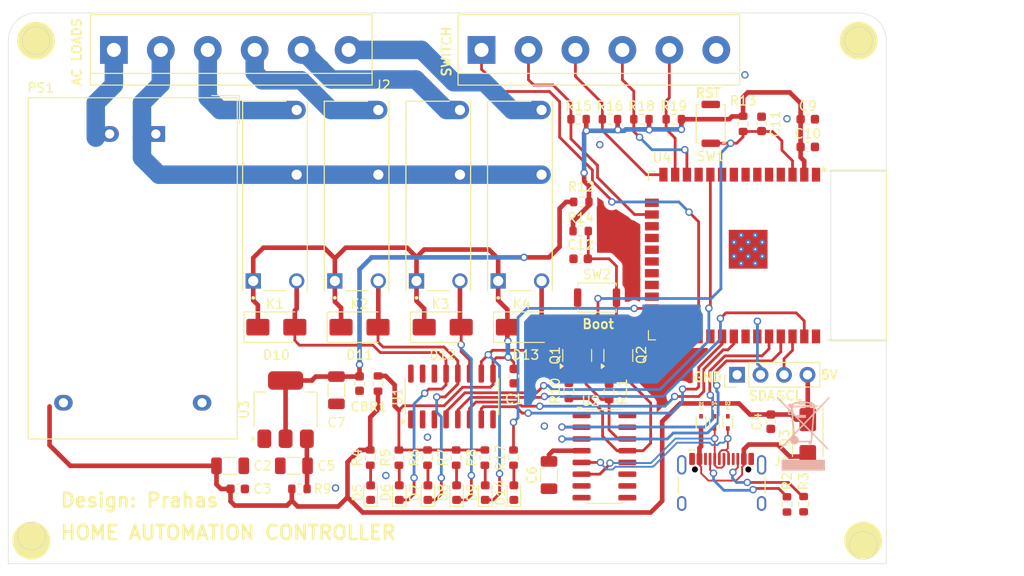
<source format=kicad_pcb>
(kicad_pcb (version 20241229) (generator "pcbnew") (generator_version "9.0")
  (title_block (title "Home Automation Controller") (date "2026-01-31") (company "Prahas"))
  (layers (0 "F.Cu" signal) (2 "B.Cu" signal) (13 "F.Paste" user) (15 "B.Paste" user) (5 "F.SilkS" user "F.Silkscreen") (7 "B.SilkS" user "B.Silkscreen") (1 "F.Mask" user) (3 "B.Mask" user) (25 "Edge.Cuts" user))
  (net 0 "")
  (net 1 "D+")
  (net 2 "D-")
  (net 3 "RELAY_5V")
  (net 4 "GND")
  (net 5 "SDA")
  (net 6 "RTS")
  (net 7 "SWITCH_3{slash}IO27")
  (net 8 "DTR")
  (net 9 "SWITCH_4{slash}IO14")
  (net 10 "SCL")
  (net 11 "Net-(Q1-B)")
  (net 12 "Net-(Q2-B)")
  (net 13 "LED{slash}IO2")
  (net 14 "SIG_2{slash}IO23")
  (net 15 "SIG_3{slash}IO19")
  (net 16 "SIG_4{slash}IO18")
  (net 17 "SIG_1{slash}IO25")
  (net 18 "RXD")
  (net 19 "TXD")
  (net 20 "+3V3")
  (net 21 "EN")
  (net 22 "RELAY_1")
  (net 23 "RELAY_2")
  (net 24 "ESP_3V3")
  (net 25 "RELAY_3")
  (net 26 "RELAY_4")
  (net 27 "Net-(J1-CC1)")
  (net 28 "Net-(J1-CC2)")
  (net 29 "+5V")
  (net 30 "Net-(U3-VI)")
  (net 31 "Net-(U2-V3)")
  (net 32 "VBUS")
  (net 33 "IO0")
  (net 34 "Net-(D6-A)")
  (net 35 "Net-(D5-A)")
  (net 36 "Net-(D7-A)")
  (net 37 "Net-(D8-A)")
  (net 38 "Net-(D9-A)")
  (net 39 "Net-(D14-A)")
  (net 40 "Net-(J2-Pin_3)")
  (net 41 "Net-(J2-Pin_5)")
  (net 42 "N")
  (net 43 "Net-(J2-Pin_6)")
  (net 44 "Net-(J2-Pin_4)")
  (net 45 "P")
  (net 46 "EXTRA{slash}IO17")
  (net 47 "SWITCH_1{slash}IO13")
  (net 48 "SWITCH_2{slash}IO12")
  (net 58 "+3.3V")
  (footprint "Resistor_SMD:R_0603_1608Metric" (layer "F.Cu") (at 104.46 85.5125 90)
    (property "Reference" "R7")
    (property "Value" "2K2")
  )
  (footprint "HF46F_005-HS1:RELAY_HF46F_005-HS1" (layer "F.Cu") (at 102.516667 57.2 90)
    (property "Reference" "K3")
    (property "Value" "HF46F_005-HS1")
  )
  (footprint "Resistor_SMD:R_0603_1608Metric" (layer "F.Cu") (at 95.16 85.5125 90)
    (property "Reference" "R4")
    (property "Value" "2K2")
  )
  (footprint "LED_SMD:LED_0603_1608Metric" (layer "F.Cu") (at 101.4 89.3 90)
    (property "Reference" "D7")
    (property "Value" "LED")
  )
  (footprint "Capacitor_SMD:C_0603_1608Metric" (layer "F.Cu") (at 110.7 76.7 -90)
    (property "Reference" "C1")
    (property "Value" "0.1uF")
  )
  (footprint "Capacitor_SMD:C_0603_1608Metric" (layer "F.Cu") (at 137.5 49.4 90)
    (property "Reference" "C11")
    (property "Value" "0.1uf")
  )
  (footprint "Resistor_SMD:R_0603_1608Metric" (layer "F.Cu") (at 96 77.5 90)
    (property "Reference" "R1")
    (property "Value" "0E")
  )
  (footprint "HF46F_005-HS1:RELAY_HF46F_005-HS1" (layer "F.Cu") (at 111.35 57.2 90)
    (property "Reference" "K4")
    (property "Value" "HF46F_005-HS1")
  )
  (footprint "LESD5D5.0CT1G:TVS_LESD5D5.0CT1G" (layer "F.Cu") (at 130.95 81.7 -90)
    (property "Reference" "D1")
    (property "Value" "LESD5D5.0CT1G")
  )
  (footprint "Resistor_SMD:R_0603_1608Metric" (layer "F.Cu") (at 135.5 49.4 -90)
    (property "Reference" "R13")
    (property "Value" "10K")
  )
  (footprint "Converter_ACDC:Converter_ACDC_Hi-Link_HLK-PMxx" (layer "F.Cu") (at 71.9625 50.4975 -90)
    (property "Reference" "PS1")
    (property "Value" "HLK-PM01")
  )
  (footprint "Button_Switch_SMD:SW_Push_SPST_NO_Alps_SKRK" (layer "F.Cu") (at 119.7 68.2)
    (property "Reference" "SW2")
    (property "Value" "SW_Push")
  )
  (footprint "Resistor_SMD:R_0603_1608Metric" (layer "F.Cu") (at 128 48.9)
    (property "Reference" "R19")
    (property "Value" "10K")
  )
  (footprint "Diode_SMD:D_SMA" (layer "F.Cu") (at 142.5 83.4 -90)
    (property "Reference" "D3")
    (property "Value" "SS34")
  )
  (footprint "Button_Switch_SMD:SW_Push_SPST_NO_Alps_SKRK" (layer "F.Cu") (at 132 49.4 -90)
    (property "Reference" "SW1")
    (property "Value" "SW_Push")
  )
  (footprint "Connector_PinHeader_2.54mm:PinHeader_1x04_P2.54mm_Vertical" (layer "F.Cu") (at 134.85 76.55 90)
    (property "Reference" "J4" (hide yes))
    (property "Value" "Conn_01x04_Pin")
  )
  (footprint "Resistor_SMD:R_0603_1608Metric" (layer "F.Cu") (at 87.5 88.9)
    (property "Reference" "R9")
    (property "Value" "0E")
  )
  (footprint "Resistor_SMD:R_0603_1608Metric" (layer "F.Cu") (at 101.36 85.5125 90)
    (property "Reference" "R6")
    (property "Value" "2K2")
  )
  (footprint "Package_SO:SOIC-16_3.9x9.9mm_P1.27mm" (layer "F.Cu") (at 120.5 85.4)
    (property "Reference" "U2")
    (property "Value" "CH340C")
  )
  (footprint "Resistor_SMD:R_0603_1608Metric" (layer "F.Cu") (at 110.66 85.5125 90)
    (property "Reference" "R17")
    (property "Value" "2K2")
  )
  (footprint "Resistor_SMD:R_0603_1608Metric" (layer "F.Cu") (at 118 57.85)
    (property "Reference" "R12")
    (property "Value" "0E")
  )
  (footprint "TerminalBlock:TerminalBlock_bornier-6_P5.08mm" (layer "F.Cu") (at 107.2 41.4)
    (property "Reference" "J3" (hide yes))
    (property "Value" "Screw_Terminal_01x06")
  )
  (footprint "Capacitor_SMD:C_0603_1608Metric" (layer "F.Cu") (at 142.5 51.9)
    (property "Reference" "C10")
    (property "Value" "0.1uf")
  )
  (footprint "Package_TO_SOT_SMD:SOT-23" (layer "F.Cu") (at 117.55 74.4625 90)
    (property "Reference" "Q1")
    (property "Value" "SS8050")
  )
  (footprint "Resistor_SMD:R_0603_1608Metric" (layer "F.Cu") (at 121.1 48.9)
    (property "Reference" "R16")
    (property "Value" "10K")
  )
  (footprint "TerminalBlock:TerminalBlock_bornier-6_P5.08mm" (layer "F.Cu") (at 67.42 41.4)
    (property "Reference" "J2")
    (property "Value" "Screw_Terminal_01x06")
  )
  (footprint "LED_SMD:LED_0603_1608Metric" (layer "F.Cu") (at 110.7 89.3 90)
    (property "Reference" "D14")
    (property "Value" "LED")
  )
  (footprint "Resistor_SMD:R_0603_1608Metric" (layer "F.Cu") (at 124.5 48.9)
    (property "Reference" "R18")
    (property "Value" "10K")
  )
  (footprint "Diode_SMD:D_SMA" (layer "F.Cu") (at 112 71.4)
    (property "Reference" "D13")
    (property "Value" "SS34")
  )
  (footprint "Resistor_SMD:R_0603_1608Metric" (layer "F.Cu") (at 98.26 85.5125 90)
    (property "Reference" "R5")
    (property "Value" "2K2")
  )
  (footprint "Capacitor_SMD:C_0603_1608Metric" (layer "F.Cu") (at 94 77.5 -90)
    (property "Reference" "C8")
    (property "Value" "0.1uF")
  )
  (footprint "Resistor_SMD:R_0603_1608Metric" (layer "F.Cu") (at 117.925 61)
    (property "Reference" "R14")
    (property "Value" "10k")
  )
  (footprint "LED_SMD:LED_0603_1608Metric" (layer "F.Cu") (at 104.5 89.3 90)
    (property "Reference" "D8")
    (property "Value" "LED")
  )
  (footprint "LESD5D5.0CT1G:TVS_LESD5D5.0CT1G" (layer "F.Cu") (at 133.85 81.7 -90)
    (property "Reference" "D2")
    (property "Value" "LESD5D5.0CT1G")
  )
  (footprint "HF46F_005-HS1:RELAY_HF46F_005-HS1" (layer "F.Cu") (at 84.85 57.2 90)
    (property "Reference" "K1")
    (property "Value" "HF46F_005-HS1")
  )
  (footprint "Capacitor_SMD:C_1206_3216Metric" (layer "F.Cu") (at 91.5 78.22 -90)
    (property "Reference" "C7")
    (property "Value" "10uF")
  )
  (footprint "LED_SMD:LED_0603_1608Metric" (layer "F.Cu") (at 107.6 89.3 90)
    (property "Reference" "D9")
    (property "Value" "LED")
  )
  (footprint "Package_TO_SOT_SMD:SOT-223-3_TabPin2" (layer "F.Cu") (at 86 80.32 90)
    (property "Reference" "U3")
    (property "Value" "AMS1117-3.3")
  )
  (footprint "LED_SMD:LED_0603_1608Metric" (layer "F.Cu") (at 95.2 89.3 90)
    (property "Reference" "D5")
    (property "Value" "LED")
  )
  (footprint "Capacitor_SMD:C_0603_1608Metric" (layer "F.Cu") (at 80.82 88.9)
    (property "Reference" "C3")
    (property "Value" "0.1uF")
  )
  (footprint "Capacitor_SMD:C_0603_1608Metric" (layer "F.Cu") (at 142.5 48.9)
    (property "Reference" "C9")
    (property "Value" "0.1uf")
  )
  (footprint "Package_SO:SOIC-16_3.9x9.9mm_P1.27mm" (layer "F.Cu") (at 104 78.9 90)
    (property "Reference" "U1")
    (property "Value" "ULN2003A")
  )
  (footprint "LED_SMD:LED_0603_1608Metric" (layer "F.Cu") (at 98.3 89.3 90)
    (property "Reference" "D6")
    (property "Value" "LED")
  )
  (footprint "Package_TO_SOT_SMD:SOT-23" (layer "F.Cu") (at 122 74.4625 90)
    (property "Reference" "Q2")
    (property "Value" "SS8050")
  )
  (footprint "Resistor_SMD:R_0603_1608Metric" (layer "F.Cu") (at 140.25 90.575 -90)
    (property "Reference" "R2")
    (property "Value" "5.1K")
  )
  (footprint "Connector_USB:USB_C_Receptacle_HCTL_HC-TYPE-C-16P-01A" (layer "F.Cu") (at 133.18 89.4)
    (property "Reference" "J1")
    (property "Value" "USB_C_Receptacle_USB2.0_16P")
  )
  (footprint "Resistor_SMD:R_0603_1608Metric" (layer "F.Cu") (at 107.56 85.5125 90)
    (property "Reference" "R8")
    (property "Value" "2K2")
  )
  (footprint "Resistor_SMD:R_0603_1608Metric" (layer "F.Cu") (at 121 78.4 -90)
    (property "Reference" "R11")
    (property "Value" "10k")
  )
  (footprint "Resistor_SMD:R_0603_1608Metric" (layer "F.Cu") (at 116.65 78.3 -90)
    (property "Reference" "R10")
    (property "Value" "10k")
  )
  (footprint "Diode_SMD:D_SMA" (layer "F.Cu") (at 85 71.4)
    (property "Reference" "D10")
    (property "Value" "SS34")
  )
  (footprint "Resistor_SMD:R_0603_1608Metric" (layer "F.Cu") (at 142.05 90.55 -90)
    (property "Reference" "R3")
    (property "Value" "5.1K")
  )
  (footprint "HF46F_005-HS1:RELAY_HF46F_005-HS1" (layer "F.Cu") (at 93.683333 57.2 90)
    (property "Reference" "K2")
    (property "Value" "HF46F_005-HS1")
  )
  (footprint "Capacitor_SMD:C_1206_3216Metric" (layer "F.Cu") (at 86.9 86.4 180)
    (property "Reference" "C5")
    (property "Value" "10uF")
  )
  (footprint "Capacitor_SMD:C_0603_1608Metric" (layer "F.Cu") (at 117.925 64 180)
    (property "Reference" "C12")
    (property "Value" "0.1uf")
  )
  (footprint "Resistor_SMD:R_0603_1608Metric" (layer "F.Cu") (at 117.7 48.9)
    (property "Reference" "R15")
    (property "Value" "10K")
  )
  (footprint "LESD5D5.0CT1G:TVS_LESD5D5.0CT1G" (layer "F.Cu") (at 132.4 81.7 -90)
    (property "Reference" "D4")
    (property "Value" "LESD5D5.0CT1G")
  )
  (footprint "Diode_SMD:D_SMA" (layer "F.Cu") (at 94 71.4)
    (property "Reference" "D11")
    (property "Value" "SS34")
  )
  (footprint "Capacitor_SMD:C_1206_3216Metric" (layer "F.Cu") (at 114.5 87.4 90)
    (property "Reference" "C6")
    (property "Value" "10nf")
  )
  (footprint "Capacitor_SMD:C_0603_1608Metric" (layer "F.Cu") (at 138.5 81.625 -90)
    (property "Reference" "C4")
    (property "Value" "10uF/25V")
  )
  (footprint "Diode_SMD:D_SMA" (layer "F.Cu") (at 103 71.4)
    (property "Reference" "D12")
    (property "Value" "SS34")
  )
  (footprint "RF_Module:ESP32-WROOM-32" (layer "F.Cu") (at 135.14 63.65 -90)
    (property "Reference" "U4")
    (property "Value" "ESP32-WROOM-32")
  )
  (footprint "Capacitor_SMD:C_1206_3216Metric" (layer "F.Cu") (at 80 86.4)
    (property "Reference" "C2")
    (property "Value" "10uF")
  )
  (footprint "Symbol:WEEE-Logo_5.6x8mm_SilkScreen" (layer "B.Cu") (at 142 82.9 180)
    (property "Reference" "REF**" (hide yes))
    (property "Value" "WEEE-Logo_5.6x8mm_SilkScreen" (hide yes))
  )
  (gr_circle (center 148 40.4) (end 150 40.4) (stroke (width 0.1)) (fill yes) (layer "F.SilkS"))
  (gr_circle (center 58.5 94.5) (end 60.5 94.5) (stroke (width 0.1)) (fill yes) (layer "F.SilkS"))
  (gr_circle (center 148.5 94.5) (end 150.5 94.5) (stroke (width 0.1)) (fill yes) (layer "F.SilkS"))
  (gr_circle (center 59 40.4) (end 61 40.4) (stroke (width 0.1)) (fill yes) (layer "F.SilkS"))
  (gr_circle (center 59 40.4) (end 60.5 40.4) (stroke (width 0.05)) (fill no) (layer "Edge.Cuts"))
  (gr_line (start 59 37.4) (end 148 37.4) (stroke (width 0.05)) (layer "Edge.Cuts"))
  (gr_line (start 145 72.9) (end 151 72.9) (stroke (width 0.05)) (layer "Edge.Cuts"))
  (gr_circle (center 148 40.4) (end 149.5 40.4) (stroke (width 0.05)) (fill no) (layer "Edge.Cuts"))
  (gr_line (start 151 40.4) (end 151 54.4) (stroke (width 0.05)) (layer "Edge.Cuts"))
  (gr_line (start 56 40.4) (end 56 93.37868) (stroke (width 0.05)) (layer "Edge.Cuts"))
  (gr_line (start 151 72.9) (end 151 97) (stroke (width 0.05)) (layer "Edge.Cuts"))
  (gr_line (start 151 54.4) (end 145 54.4) (stroke (width 0.05)) (layer "Edge.Cuts"))
  (gr_line (start 145 54.4) (end 145 72.9) (stroke (width 0.05)) (layer "Edge.Cuts"))
  (gr_arc (start 148 37.4) (mid 150.12132 38.27868) (end 151 40.4) (stroke (width 0.05)) (layer "Edge.Cuts"))
  (gr_line (start 56 97) (end 151 97) (stroke (width 0.05)) (layer "Edge.Cuts"))
  (gr_line (start 56 93.37868) (end 56 93.37868) (stroke (width 0.05)) (layer "Edge.Cuts"))
  (gr_circle (center 58.5 94) (end 60 94) (stroke (width 0.05)) (fill no) (layer "Edge.Cuts"))
  (gr_line (start 56 97) (end 56 93.37868) (stroke (width 0.05)) (layer "Edge.Cuts"))
  (gr_arc (start 56 40.4) (mid 56.87868 38.27868) (end 59 37.4) (stroke (width 0.05)) (layer "Edge.Cuts"))
  (gr_circle (center 148.5 95) (end 150 95) (stroke (width 0.05)) (fill no) (layer "Edge.Cuts"))
  (gr_text "SDA\n" (at 136 79.4 0) (layer "F.SilkS") (effects (font (size 1 1) (thickness 0.2) (bold yes)) (justify left bottom)))
  (gr_text "AC LOADS" (at 64 45.4 90) (layer "F.SilkS") (effects (font (size 1 1) (thickness 0.2) (bold yes)) (justify left bottom)))
  (gr_text "RST" (at 130.25 46.65 0) (layer "F.SilkS") (effects (font (size 1 1) (thickness 0.2) (bold yes)) (justify left bottom)))
  (gr_text "Boot\n" (at 118 71.65 0) (layer "F.SilkS") (effects (font (size 1 1) (thickness 0.2) (bold yes)) (justify left bottom)))
  (gr_text "GND\n" (at 130 77.4 0) (layer "F.SilkS") (effects (font (size 1 1) (thickness 0.2) (bold yes)) (justify left bottom)))
  (gr_text "5V" (at 143.8 77.15 0) (layer "F.SilkS") (effects (font (size 1 1) (thickness 0.2) (bold yes)) (justify left bottom)))
  (gr_text "SCL" (at 139 79.4 0) (layer "F.SilkS") (effects (font (size 1 1) (thickness 0.2) (bold yes)) (justify left bottom)))
  (gr_text "Design: Prahas\n" (at 61.5 91 0) (layer "F.SilkS") (effects (font (size 1.5 1.5) (thickness 0.3) (bold yes)) (justify left bottom)))
  (gr_text "SWITCH" (at 104 44.4 90) (layer "F.SilkS") (effects (font (size 1 1) (thickness 0.2) (bold yes)) (justify left bottom)))
  (gr_text "HOME AUTOMATION CONTROLLER" (at 61.5 94.5 0) (layer "F.SilkS") (effects (font (size 1.5 1.5) (thickness 0.3) (bold yes)) (justify left bottom)))
  (segment (start 120.065 86.035) (end 120.1 86) (width 0.3) (layer "F.Cu") (net 1))
  (segment (start 133.93 84.971176) (end 133.93 85.655) (width 0.2) (layer "F.Cu") (net 1))
  (segment (start 133.662824 84.704) (end 133.85 84.516824) (width 0.2) (layer "F.Cu") (net 1))
  (segment (start 118.025 86.035) (end 120.065 86.035) (width 0.3) (layer "F.Cu") (net 1))
  (segment (start 132.93 84.97) (end 133.196 84.704) (width 0.2) (layer "F.Cu") (net 1))
  (segment (start 133.85 84.516824) (end 133.85 83.45) (width 0.2) (layer "F.Cu") (net 1))
  (segment (start 133.662824 84.704) (end 133.93 84.971176) (width 0.2) (layer "F.Cu") (net 1))
  (segment (start 133.85 83.45) (end 133.85 82.36) (width 0.2) (layer "F.Cu") (net 1))
  (segment (start 133.196 84.704) (end 133.662824 84.704) (width 0.2) (layer "F.Cu") (net 1))
  (segment (start 132.93 85.655) (end 132.93 84.97) (width 0.2) (layer "F.Cu") (net 1))
  (via (at 133.85 83.45) (size 0.8) (drill 0.5) (layers "F.Cu" "B.Cu") (net 1))
  (via (at 120.065 86.035) (size 0.8) (drill 0.5) (layers "F.Cu" "B.Cu") (net 1))
  (segment (start 125.697902 86.501) (end 121.690364 86.501) (width 0.2) (layer "B.Cu") (net 1))
  (segment (start 127.339112 84.929086) (end 126.879492 85.388705) (width 0.2) (layer "B.Cu") (net 1))
  (segment (start 125.748902 86.45) (end 125.697902 86.501) (width 0.2) (layer "B.Cu") (net 1))
  (segment (start 132.139636 84.151) (end 131.888636 83.9) (width 0.2) (layer "B.Cu") (net 1))
  (segment (start 128.368198 83.9) (end 127.339112 84.929086) (width 0.2) (layer "B.Cu") (net 1))
  (segment (start 132.971364 83.9) (end 132.720364 84.151) (width 0.2) (layer "B.Cu") (net 1))
  (segment (start 121.390364 86.801) (end 120.7589 86.801) (width 0.2) (layer "B.Cu") (net 1))
  (segment (start 126.664875 85.603323) (end 126.331461 85.936737) (width 0.2) (layer "B.Cu") (net 1))
  (segment (start 125.931364 86.336834) (end 125.818198 86.45) (width 0.2) (layer "B.Cu") (net 1))
  (segment (start 121.690364 86.501) (end 121.390364 86.801) (width 0.2) (layer "B.Cu") (net 1))
  (segment (start 132.720364 84.151) (end 132.139636 84.151) (width 0.2) (layer "B.Cu") (net 1))
  (segment (start 126.879492 85.388705) (end 126.664875 85.603323) (width 0.2) (layer "B.Cu") (net 1))
  (segment (start 125.818198 86.45) (end 125.748902 86.45) (width 0.2) (layer "B.Cu") (net 1))
  (segment (start 133.4 83.9) (end 132.971364 83.9) (width 0.2) (layer "B.Cu") (net 1))
  (segment (start 131.888636 83.9) (end 128.368198 83.9) (width 0.2) (layer "B.Cu") (net 1))
  (segment (start 133.85 83.45) (end 133.4 83.9) (width 0.2) (layer "B.Cu") (net 1))
  (segment (start 120.7589 86.801) (end 120.065 86.1071) (width 0.2) (layer "B.Cu") (net 1))
  (segment (start 126.331461 85.936737) (end 125.931364 86.336834) (width 0.2) (layer "B.Cu") (net 1))
  (segment (start 120.065 86.1071) (end 120.065 86.035) (width 0.2) (layer "B.Cu") (net 1))
  (segment (start 132.697176 86.606) (end 132.43 86.338824) (width 0.2) (layer "F.Cu") (net 2))
  (segment (start 132.43 86.338824) (end 132.43 85.655) (width 0.2) (layer "F.Cu") (net 2))
  (segment (start 133.194 86.606) (end 132.697176 86.606) (width 0.2) (layer "F.Cu") (net 2))
  (segment (start 121.125 86.125) (end 121.125 86.175) (width 0.3) (layer "F.Cu") (net 2))
  (segment (start 121.1 86.1) (end 121.125 86.125) (width 0.3) (layer "F.Cu") (net 2))
  (segment (start 121.125 86.175) (end 119.995 87.305) (width 0.3) (layer "F.Cu") (net 2))
  (segment (start 132.43 82.39) (end 132.4 82.36) (width 0.2) (layer "F.Cu") (net 2))
  (segment (start 121.125 86.175) (end 120.05 87.25) (width 0.3) (layer "F.Cu") (net 2))
  (segment (start 133.43 85.655) (end 133.43 86.37) (width 0.2) (layer "F.Cu") (net 2))
  (segment (start 133.43 86.37) (end 133.194 86.606) (width 0.2) (layer "F.Cu") (net 2))
  (segment (start 119.995 87.305) (end 118.025 87.305) (width 0.3) (layer "F.Cu") (net 2))
  (segment (start 132.43 83.45) (end 132.43 82.39) (width 0.2) (layer "F.Cu") (net 2))
  (segment (start 132.43 85.655) (end 132.43 83.45) (width 0.2) (layer "F.Cu") (net 2))
  (via (at 121.1 86.1) (size 0.8) (drill 0.5) (layers "F.Cu" "B.Cu") (net 2))
  (via (at 132.43 83.45) (size 0.8) (drill 0.5) (layers "F.Cu" "B.Cu") (net 2))
  (segment (start 128.181802 83.45) (end 132.43 83.45) (width 0.2) (layer "B.Cu") (net 2))
  (segment (start 127.873738 83.758063) (end 128.080947 83.550855) (width 0.2) (layer "B.Cu") (net 2))
  (segment (start 127.414119 84.217683) (end 127.873738 83.758063) (width 0.2) (layer "B.Cu") (net 2))
  (segment (start 126.602813 85.028989) (end 127.414119 84.217683) (width 0.2) (layer "B.Cu") (net 2))
  (segment (start 126.258284 85.373518) (end 125.531802 86.1) (width 0.2) (layer "B.Cu") (net 2))
  (segment (start 126.602813 85.028989) (end 126.258284 85.373518) (width 0.2) (layer "B.Cu") (net 2))
  (segment (start 128.080947 83.550855) (end 128.181802 83.45) (width 0.2) (layer "B.Cu") (net 2))
  (segment (start 121.275 86.1) (end 121.2 86.175) (width 0.2) (layer "B.Cu") (net 2))
  (segment (start 125.531802 86.1) (end 121.275 86.1) (width 0.2) (layer "B.Cu") (net 2))
  (segment (start 83.6 62.8) (end 90.166666 62.8) (width 0.5) (layer "F.Cu") (net 3))
  (segment (start 99.133334 62.8) (end 100.166667 63.833333) (width 0.5) (layer "F.Cu") (net 3))
  (segment (start 100.166667 68.566667) (end 101 69.4) (width 0.5) (layer "F.Cu") (net 3))
  (segment (start 82.5 63.9) (end 83.6 62.8) (width 0.5) (layer "F.Cu") (net 3))
  (segment (start 110.7 75.2) (end 110.7 75.925) (width 0.3) (layer "F.Cu") (net 3))
  (segment (start 103.15 79.9) (end 105.15 77.9) (width 0.3) (layer "F.Cu") (net 3))
  (segment (start 110.025 74.7) (end 108.8 74.7) (width 0.3) (layer "F.Cu") (net 3))
  (segment (start 97.8 77.65) (end 97.8 79.93) (width 0.5) (layer "F.Cu") (net 3))
  (segment (start 108 63) (end 101 63) (width 0.5) (layer "F.Cu") (net 3))
  (segment (start 110.075 74.65) (end 110.025 74.7) (width 0.3) (layer "F.Cu") (net 3))
  (segment (start 109 66.4) (end 109 64) (width 0.5) (layer "F.Cu") (net 3))
  (segment (start 108.15 77.9) (end 108.445 77.605) (width 0.3) (layer "F.Cu") (net 3))
  (segment (start 91.333333 66.4) (end 91.333333 68.633333) (width 0.5) (layer "F.Cu") (net 3))
  (segment (start 98.26 84.6875) (end 107.56 84.6875) (width 0.3) (layer "F.Cu") (net 3))
  (segment (start 110 72.85) (end 110 69.5) (width 0.5) (layer "F.Cu") (net 3))
  (segment (start 109 64) (end 108 63) (width 0.5) (layer "F.Cu") (net 3))
  (segment (start 92.5 62.8) (end 99.133334 62.8) (width 0.5) (layer "F.Cu") (net 3))
  (segment (start 110.15 74.65) (end 110.7 75.2) (width 0.3) (layer "F.Cu") (net 3))
  (segment (start 101 63) (end 100.166667 63.833333) (width 0.5) (layer "F.Cu") (net 3))
  (segment (start 91.333333 66.4) (end 91.333333 63.966667) (width 0.5) (layer "F.Cu") (net 3))
  (segment (start 98.26 80.39) (end 98.75 79.9) (width 0.3) (layer "F.Cu") (net 3))
  (segment (start 108.445 77.605) (end 108.445 76.425) (width 0.3) (layer "F.Cu") (net 3))
  (segment (start 91.333333 63.966667) (end 92.5 62.8) (width 0.5) (layer "F.Cu") (net 3))
  (segment (start 109 68.5) (end 109 66.4) (width 0.5) (layer "F.Cu") (net 3))
  (segment (start 82.5 66.4) (end 82.5 63.9) (width 0.5) (layer "F.Cu") (net 3))
  (segment (start 92 69.3) (end 92 71.4) (width 0.5) (layer "F.Cu") (net 3))
  (segment (start 110.075 74.65) (end 110.15 74.65) (width 0.3) (layer "F.Cu") (net 3))
  (segment (start 110 69.5) (end 109 68.5) (width 0.5) (layer "F.Cu") (net 3))
  (segment (start 108.445 75.055) (end 108.445 76.425) (width 0.3) (layer "F.Cu") (net 3))
  (segment (start 105.15 77.9) (end 108.15 77.9) (width 0.3) (layer "F.Cu") (net 3))
  (segment (start 108.8 74.7) (end 108.445 75.055) (width 0.3) (layer "F.Cu") (net 3))
  (segment (start 96 76.675) (end 96.825 76.675) (width 0.5) (layer "F.Cu") (net 3))
  (segment (start 82.5 66.4) (end 82.5 68.5) (width 0.5) (layer "F.Cu") (net 3))
  (segment (start 101 69.4) (end 101 71.4) (width 0.5) (layer "F.Cu") (net 3))
  (segment (start 98.75 79.9) (end 103.15 79.9) (width 0.3) (layer "F.Cu") (net 3))
  (segment (start 82.5 68.5) (end 83 69) (width 0.5) (layer "F.Cu") (net 3))
  (segment (start 110.05 72.9) (end 110 72.85) (width 0.5) (layer "F.Cu") (net 3))
  (segment (start 98.26 84.6875) (end 98.26 80.39) (width 0.3) (layer "F.Cu") (net 3))
  (segment (start 100.166667 63.833333) (end 100.166667 66.4) (width 0.5) (layer "F.Cu") (net 3))
  (segment (start 91.333333 68.633333) (end 92 69.3) (width 0.5) (layer "F.Cu") (net 3))
  (segment (start 96.825 76.675) (end 97.8 77.65) (width 0.5) (layer "F.Cu") (net 3))
  (segment (start 90.166666 62.8) (end 91.333333 63.966667) (width 0.5) (layer "F.Cu") (net 3))
  (segment (start 97.8 79.93) (end 98.26 80.39) (width 0.5) (layer "F.Cu") (net 3))
  (segment (start 83 69) (end 83 71.4) (width 0.5) (layer "F.Cu") (net 3))
  (segment (start 100.166667 66.4) (end 100.166667 68.566667) (width 0.5) (layer "F.Cu") (net 3))
  (via (at 110.075 74.65) (size 0.8) (drill 0.5) (layers "F.Cu" "B.Cu") (net 3))
  (via (at 110.05 72.9) (size 0.8) (drill 0.5) (layers "F.Cu" "B.Cu") (net 3))
  (segment (start 110.05 74.55) (end 110.05 72.9) (width 0.5) (layer "B.Cu") (net 3))
  (segment (start 110.075 74.575) (end 110.05 74.55) (width 0.5) (layer "B.Cu") (net 3))
  (segment (start 110.075 74.65) (end 110.075 74.575) (width 0.5) (layer "B.Cu") (net 3))
  (via (at 114 82.1) (size 0.8) (drill 0.5) (layers "F.Cu" "B.Cu") (net 4))
  (via (at 101.35 83.3) (size 0.8) (drill 0.5) (layers "F.Cu" "B.Cu") (net 4))
  (via (at 91.4 88.8) (size 0.8) (drill 0.5) (layers "F.Cu" "B.Cu") (net 4))
  (via (at 120 51.65) (size 0.8) (drill 0.5) (layers "F.Cu" "B.Cu") (net 4))
  (via (at 140.25 48.85) (size 0.8) (drill 0.5) (layers "F.Cu" "B.Cu") (net 4))
  (via (at 96.85 87.45) (size 0.8) (drill 0.5) (layers "F.Cu" "B.Cu") (net 4))
  (via (at 135.7 44.1) (size 0.8) (drill 0.5) (layers "F.Cu" "B.Cu") (net 4))
  (segment (start 137.04 72.4) (end 137.04 70.76) (width 0.3) (layer "F.Cu") (net 5))
  (segment (start 137.04 70.76) (end 137.05 70.75) (width 0.3) (layer "F.Cu") (net 5))
  (via (at 137.05 70.75) (size 0.8) (drill 0.5) (layers "F.Cu" "B.Cu") (net 5))
  (segment (start 137.05 70.75) (end 137.05 75.35) (width 0.3) (layer "B.Cu") (net 5))
  (segment (start 137.39 75.69) (end 137.39 76.55) (width 0.3) (layer "B.Cu") (net 5))
  (segment (start 137.05 75.35) (end 137.39 75.69) (width 0.3) (layer "B.Cu") (net 5))
  (segment (start 121 82.5) (end 121.995 83.495) (width 0.3) (layer "F.Cu") (net 6))
  (segment (start 121 79.225) (end 121 82.5) (width 0.3) (layer "F.Cu") (net 6))
  (segment (start 118.5 77.55) (end 120.175 79.225) (width 0.3) (layer "F.Cu") (net 6))
  (segment (start 120.175 79.225) (end 121 79.225) (width 0.3) (layer "F.Cu") (net 6))
  (segment (start 118.5 75.4) (end 118.5 77.55) (width 0.3) (layer "F.Cu") (net 6))
  (segment (start 121.995 83.495) (end 122.975 83.495) (width 0.3) (layer "F.Cu") (net 6))
  (segment (start 129.42 54.9) (end 129.42 52.42) (width 0.3) (layer "F.Cu") (net 7))
  (segment (start 122.44 41.4) (end 122.44 44.64) (width 0.3) (layer "F.Cu") (net 7))
  (segment (start 123.675 48.9) (end 123.675 50.225) (width 0.3) (layer "F.Cu") (net 7))
  (segment (start 122.44 44.64) (end 123.675 45.875) (width 0.3) (layer "F.Cu") (net 7))
  (segment (start 129.42 52.42) (end 129.2 52.2) (width 0.3) (layer "F.Cu") (net 7))
  (segment (start 123.675 50.225) (end 124.3 50.85) (width 0.3) (layer "F.Cu") (net 7))
  (segment (start 123.675 45.875) (end 123.675 48.9) (width 0.3) (layer "F.Cu") (net 7))
  (via (at 124.3 50.85) (size 0.8) (drill 0.5) (layers "F.Cu" "B.Cu") (net 7))
  (via (at 129.2 52.2) (size 0.8) (drill 0.5) (layers "F.Cu" "B.Cu") (net 7))
  (segment (start 129.2 52.2) (end 125.65 52.2) (width 0.3) (layer "B.Cu") (net 7))
  (segment (start 125.65 52.2) (end 124.3 50.85) (width 0.3) (layer "B.Cu") (net 7))
  (segment (start 122.95 77.05) (end 125.5 79.6) (width 0.3) (layer "F.Cu") (net 8))
  (segment (start 125.5 83.95) (end 124.685 84.765) (width 0.3) (layer "F.Cu") (net 8))
  (segment (start 122.95 75.4) (end 122.95 77.05) (width 0.3) (layer "F.Cu") (net 8))
  (segment (start 119 79.25) (end 120.3 80.55) (width 0.3) (layer "F.Cu") (net 8))
  (segment (start 116.65 79.125) (end 118.9 79.125) (width 0.3) (layer "F.Cu") (net 8))
  (segment (start 119 79.225) (end 119 79.25) (width 0.3) (layer "F.Cu") (net 8))
  (segment (start 120.3 80.55) (end 120.3 83.2) (width 0.3) (layer "F.Cu") (net 8))
  (segment (start 121.865 84.765) (end 122.975 84.765) (width 0.3) (layer "F.Cu") (net 8))
  (segment (start 124.685 84.765) (end 122.975 84.765) (width 0.3) (layer "F.Cu") (net 8))
  (segment (start 118.9 79.125) (end 119 79.225) (width 0.3) (layer "F.Cu") (net 8))
  (segment (start 120.3 83.2) (end 121.865 84.765) (width 0.3) (layer "F.Cu") (net 8))
  (segment (start 125.5 79.6) (end 125.5 83.95) (width 0.3) (layer "F.Cu") (net 8))
  (segment (start 127.175 49.975) (end 127.175 48.9) (width 0.3) (layer "F.Cu") (net 9))
  (segment (start 128.15 50.95) (end 127.175 49.975) (width 0.3) (layer "F.Cu") (net 9))
  (segment (start 128.15 54.9) (end 128.15 50.95) (width 0.3) (layer "F.Cu") (net 9))
  (segment (start 127.175 48.9) (end 127.175 46.925) (width 0.3) (layer "F.Cu") (net 9))
  (segment (start 127.52 46.58) (end 127.52 41.4) (width 0.3) (layer "F.Cu") (net 9))
  (segment (start 127.175 46.925) (end 127.52 46.58) (width 0.3) (layer "F.Cu") (net 9))
  (segment (start 140.85 73.9) (end 139.93 74.82) (width 0.3) (layer "F.Cu") (net 10))
  (segment (start 140.85 72.4) (end 140.85 73.9) (width 0.3) (layer "F.Cu") (net 10))
  (segment (start 139.93 74.82) (end 139.93 76.55) (width 0.3) (layer "F.Cu") (net 10))
  (segment (start 116.65 75.45) (end 116.6 75.4) (width 0.3) (layer "F.Cu") (net 11))
  (segment (start 116.65 77.475) (end 116.65 75.45) (width 0.3) (layer "F.Cu") (net 11))
  (segment (start 121 75.45) (end 121.05 75.4) (width 0.3) (layer "F.Cu") (net 12))
  (segment (start 121 77.575) (end 121 75.45) (width 0.3) (layer "F.Cu") (net 12))
  (segment (start 125.63 69.37) (end 123.72 69.37) (width 0.3) (layer "F.Cu") (net 13))
  (segment (start 123.7 69.35) (end 123.72 69.37) (width 0.3) (layer "F.Cu") (net 13))
  (segment (start 110.66 84.6875) (end 110.66 81.7) (width 0.3) (layer "F.Cu") (net 13))
  (via (at 123.72 69.37) (size 0.8) (drill 0.5) (layers "F.Cu" "B.Cu") (net 13))
  (via (at 110.66 81.7) (size 0.8) (drill 0.5) (layers "F.Cu" "B.Cu") (net 13))
  (segment (start 123.72 69.37) (end 112.13 69.37) (width 0.3) (layer "B.Cu") (net 13))
  (segment (start 111.15 70.35) (end 111.15 81.21) (width 0.3) (layer "B.Cu") (net 13))
  (segment (start 112.13 69.37) (end 111.15 70.35) (width 0.3) (layer "B.Cu") (net 13))
  (segment (start 111.15 81.21) (end 110.66 81.7) (width 0.3) (layer "B.Cu") (net 13))
  (segment (start 133.65 69.85) (end 133.05 70.45) (width 0.3) (layer "F.Cu") (net 14))
  (segment (start 106.001 78.999) (end 104.635 80.365) (width 0.3) (layer "F.Cu") (net 14))
  (segment (start 141.25 69.85) (end 136 69.85) (width 0.3) (layer "F.Cu") (net 14))
  (segment (start 141.6 70.2) (end 141.25 69.85) (width 0.3) (layer "F.Cu") (net 14))
  (segment (start 114.008521 78.9) (end 113.90952 78.999) (width 0.3) (layer "F.Cu") (net 14))
  (segment (start 133.05 70.45) (end 133 70.5) (width 0.3) (layer "F.Cu") (net 14))
  (segment (start 136 69.85) (end 133.65 69.85) (width 0.3) (layer "F.Cu") (net 14))
  (segment (start 113.90952 78.999) (end 106.001 78.999) (width 0.3) (layer "F.Cu") (net 14))
  (segment (start 142.12 70.72) (end 141.6 70.2) (width 0.3) (layer "F.Cu") (net 14))
  (segment (start 142.12 72.4) (end 142.12 70.72) (width 0.3) (layer "F.Cu") (net 14))
  (segment (start 104.635 80.365) (end 104.635 81.375) (width 0.3) (layer "F.Cu") (net 14))
  (via (at 114.008521 78.9) (size 0.8) (drill 0.5) (layers "F.Cu" "B.Cu") (net 14))
  (via (at 133.05 70.45) (size 0.8) (drill 0.5) (layers "F.Cu" "B.Cu") (net 14))
  (segment (start 114.008521 78.9) (end 126.85 78.9) (width 0.3) (layer "B.Cu") (net 14))
  (segment (start 133.05 72.7) (end 133.05 70.45) (width 0.3) (layer "B.Cu") (net 14))
  (segment (start 126.85 78.9) (end 133.05 72.7) (width 0.3) (layer "B.Cu") (net 14))
  (segment (start 111.55852 79.95) (end 111.937925 79.95) (width 0.3) (layer "F.Cu") (net 15))
  (segment (start 134.5 72.4) (end 134.5 73.2) (width 0.3) (layer "F.Cu") (net 15))
  (segment (start 133.35 73.85) (end 131.25 75.95) (width 0.3) (layer "F.Cu") (net 15))
  (segment (start 105.905 80.195) (end 106.6 79.5) (width 0.3) (layer "F.Cu") (net 15))
  (segment (start 112.561075 79.949) (end 112.562075 79.95) (width 0.3) (layer "F.Cu") (net 15))
  (segment (start 130.7 78.9) (end 128.1 78.9) (width 0.3) (layer "F.Cu") (net 15))
  (segment (start 105.905 81.375) (end 105.905 80.195) (width 0.3) (layer "F.Cu") (net 15))
  (segment (start 131.25 75.95) (end 131.25 78.35) (width 0.3) (layer "F.Cu") (net 15))
  (segment (start 131.25 78.35) (end 130.7 78.9) (width 0.3) (layer "F.Cu") (net 15))
  (segment (start 111.108521 79.5) (end 111.55852 79.95) (width 0.3) (layer "F.Cu") (net 15))
  (segment (start 134.5 73.2) (end 133.85 73.85) (width 0.3) (layer "F.Cu") (net 15))
  (segment (start 111.937925 79.95) (end 111.938925 79.949) (width 0.3) (layer "F.Cu") (net 15))
  (segment (start 111.938925 79.949) (end 112.561075 79.949) (width 0.3) (layer "F.Cu") (net 15))
  (segment (start 106.6 79.5) (end 111.108521 79.5) (width 0.3) (layer "F.Cu") (net 15))
  (segment (start 133.85 73.85) (end 133.35 73.85) (width 0.3) (layer "F.Cu") (net 15))
  (segment (start 112.562075 79.95) (end 113.5 79.95) (width 0.3) (layer "F.Cu") (net 15))
  (via (at 128.1 78.9) (size 0.8) (drill 0.5) (layers "F.Cu" "B.Cu") (net 15))
  (via (at 113.5 79.95) (size 0.8) (drill 0.5) (layers "F.Cu" "B.Cu") (net 15))
  (segment (start 113.5 79.95) (end 127.05 79.95) (width 0.3) (layer "B.Cu") (net 15))
  (segment (start 127.05 79.95) (end 128.1 78.9) (width 0.3) (layer "B.Cu") (net 15))
  (segment (start 110.901 80.001) (end 111.6 80.7) (width 0.3) (layer "F.Cu") (net 16))
  (segment (start 130.7 77.85) (end 130.449 78.101) (width 0.3) (layer "F.Cu") (net 16))
  (segment (start 130.7 75.75) (end 130.7 77.85) (width 0.3) (layer "F.Cu") (net 16))
  (segment (start 107.399 80.001) (end 110.901 80.001) (width 0.3) (layer "F.Cu") (net 16))
  (segment (start 111.6 80.7) (end 112.25 80.7) (width 0.3) (layer "F.Cu") (net 16))
  (segment (start 107.175 81.375) (end 107.175 80.225) (width 0.3) (layer "F.Cu") (net 16))
  (segment (start 107.175 80.225) (end 107.399 80.001) (width 0.3) (layer "F.Cu") (net 16))
  (segment (start 133.23 72.4) (end 133.23 73.22) (width 0.3) (layer "F.Cu") (net 16))
  (segment (start 133.23 73.22) (end 130.7 75.75) (width 0.3) (layer "F.Cu") (net 16))
  (segment (start 130.449 78.101) (end 128.949 78.101) (width 0.3) (layer "F.Cu") (net 16))
  (via (at 112.25 80.7) (size 0.8) (drill 0.5) (layers "F.Cu" "B.Cu") (net 16))
  (via (at 128.949 78.101) (size 0.8) (drill 0.5) (layers "F.Cu" "B.Cu") (net 16))
  (segment (start 128.95 78.102) (end 128.949 78.101) (width 0.3) (layer "B.Cu") (net 16))
  (segment (start 128.95 79.5) (end 128.95 78.102) (width 0.3) (layer "B.Cu") (net 16))
  (segment (start 112.25 80.7) (end 127.75 80.7) (width 0.3) (layer "B.Cu") (net 16))
  (segment (start 127.75 80.7) (end 128.95 79.5) (width 0.3) (layer "B.Cu") (net 16))
  (segment (start 103.365 81.375) (end 103.365 80.535) (width 0.3) (layer "F.Cu") (net 17))
  (segment (start 131.96 69.19) (end 131.8 69.35) (width 0.3) (layer "F.Cu") (net 17))
  (segment (start 131.96 54.9) (end 131.96 69.19) (width 0.3) (layer "F.Cu") (net 17))
  (segment (start 113.152 78.498) (end 113.925 77.725) (width 0.3) (layer "F.Cu") (net 17))
  (segment (start 105.402 78.498) (end 113.152 78.498) (width 0.3) (layer "F.Cu") (net 17))
  (segment (start 103.365 80.535) (end 105.402 78.498) (width 0.3) (layer "F.Cu") (net 17))
  (segment (start 113.925 77.725) (end 114.1 77.55) (width 0.3) (layer "F.Cu") (net 17))
  (via (at 131.8 69.35) (size 0.8) (drill 0.5) (layers "F.Cu" "B.Cu") (net 17))
  (via (at 113.925 77.725) (size 0.8) (drill 0.5) (layers "F.Cu" "B.Cu") (net 17))
  (segment (start 126.5 78.15) (end 131.8 72.85) (width 0.3) (layer "B.Cu") (net 17))
  (segment (start 114.85 78.15) (end 126.5 78.15) (width 0.3) (layer "B.Cu") (net 17))
  (segment (start 131.8 72.85) (end 131.8 69.35) (width 0.3) (layer "B.Cu") (net 17))
  (segment (start 114.425 77.725) (end 114.85 78.15) (width 0.3) (layer "B.Cu") (net 17))
  (segment (start 113.925 77.725) (end 114.425 77.725) (width 0.3) (layer "B.Cu") (net 17))
  (segment (start 138.31 73.74) (end 137.55 74.5) (width 0.3) (layer "F.Cu") (net 18))
  (segment (start 118.025 82.225) (end 115.925 82.225) (width 0.3) (layer "F.Cu") (net 18))
  (segment (start 115.925 82.225) (end 115.9 82.2) (width 0.3) (layer "F.Cu") (net 18))
  (segment (start 131.9 76.141479) (end 131.9 78.7) (width 0.3) (layer "F.Cu") (net 18))
  (segment (start 131.9 78.7) (end 131.95 78.75) (width 0.3) (layer "F.Cu") (net 18))
  (segment (start 138.31 72.4) (end 138.31 73.74) (width 0.3) (layer "F.Cu") (net 18))
  (segment (start 137.55 74.5) (end 133.54148 74.5) (width 0.3) (layer "F.Cu") (net 18))
  (segment (start 133.54148 74.5) (end 131.9 76.141479) (width 0.3) (layer "F.Cu") (net 18))
  (via (at 115.9 82.2) (size 0.8) (drill 0.5) (layers "F.Cu" "B.Cu") (net 18))
  (via (at 131.95 78.75) (size 0.8) (drill 0.5) (layers "F.Cu" "B.Cu") (net 18))
  (segment (start 132.2 79) (end 131.95 78.75) (width 0.3) (layer "B.Cu") (net 18))
  (segment (start 131.35 82.2) (end 132.1 81.45) (width 0.3) (layer "B.Cu") (net 18))
  (segment (start 132.2 81.35) (end 132.2 79) (width 0.3) (layer "B.Cu") (net 18))
  (segment (start 115.9 82.2) (end 131.35 82.2) (width 0.3) (layer "B.Cu") (net 18))
  (segment (start 132.1 81.45) (end 132.2 81.35) (width 0.3) (layer "B.Cu") (net 18))
  (segment (start 133.7 75.05) (end 138.6 75.05) (width 0.3) (layer "F.Cu") (net 19))
  (segment (start 116.105 83.495) (end 118.025 83.495) (width 0.3) (layer "F.Cu") (net 19))
  (segment (start 132.4 76.35) (end 133.7 75.05) (width 0.3) (layer "F.Cu") (net 19))
  (segment (start 116.1 83.5) (end 116.105 83.495) (width 0.3) (layer "F.Cu") (net 19))
  (segment (start 132.65 77.7) (end 132.4 77.45) (width 0.3) (layer "F.Cu") (net 19))
  (segment (start 138.6 75.05) (end 139.58 74.07) (width 0.3) (layer "F.Cu") (net 19))
  (segment (start 132.4 77.45) (end 132.4 76.35) (width 0.3) (layer "F.Cu") (net 19))
  (segment (start 139.58 74.07) (end 139.58 72.4) (width 0.3) (layer "F.Cu") (net 19))
  (via (at 115.9 83.5) (size 0.8) (drill 0.5) (layers "F.Cu" "B.Cu") (net 19))
  (via (at 132.65 77.7) (size 0.8) (drill 0.5) (layers "F.Cu" "B.Cu") (net 19))
  (segment (start 127.3 83.5) (end 115.9 83.5) (width 0.3) (layer "B.Cu") (net 19))
  (segment (start 132.8 81.7) (end 131.65 82.85) (width 0.3) (layer "B.Cu") (net 19))
  (segment (start 131.65 82.85) (end 127.95 82.85) (width 0.3) (layer "B.Cu") (net 19))
  (segment (start 132.65 77.7) (end 132.65 78.35) (width 0.3) (layer "B.Cu") (net 19))
  (segment (start 132.8 78.5) (end 132.8 81.7) (width 0.3) (layer "B.Cu") (net 19))
  (segment (start 127.95 82.85) (end 127.3 83.5) (width 0.3) (layer "B.Cu") (net 19))
  (segment (start 132.65 78.35) (end 132.8 78.5) (width 0.3) (layer "B.Cu") (net 19))
  (segment (start 116.35 57.85) (end 115.85 58.35) (width 0.5) (layer "F.Cu") (net 20))
  (segment (start 115.65 62.7) (end 114.7 63.65) (width 0.5) (layer "F.Cu") (net 20))
  (segment (start 93.98 76.745) (end 94 76.725) (width 0.5) (layer "F.Cu") (net 20))
  (segment (start 115.65 58.55) (end 115.65 62.15) (width 0.5) (layer "F.Cu") (net 20))
  (segment (start 114.7 63.65) (end 114.5 63.85) (width 0.5) (layer "F.Cu") (net 20))
  (segment (start 86 83.47) (end 86 77.17) (width 0.5) (layer "F.Cu") (net 20))
  (segment (start 114.5 63.85) (end 111.8 63.85) (width 0.5) (layer "F.Cu") (net 20))
  (segment (start 88.87 77.17) (end 86 77.17) (width 0.5) (layer "F.Cu") (net 20))
  (segment (start 91.5 76.745) (end 89.255 76.745) (width 0.5) (layer "F.Cu") (net 20))
  (segment (start 115.65 62.15) (end 115.65 62.7) (width 0.5) (layer "F.Cu") (net 20))
  (segment (start 88.85 77.15) (end 88.87 77.17) (width 0.5) (layer "F.Cu") (net 20))
  (segment (start 91.5 76.745) (end 93.98 76.745) (width 0.5) (layer "F.Cu") (net 20))
  (segment (start 89.255 76.745) (end 88.85 77.15) (width 0.5) (layer "F.Cu") (net 20))
  (segment (start 117.175 57.85) (end 116.35 57.85) (width 0.5) (layer "F.Cu") (net 20))
  (segment (start 115.85 58.35) (end 115.65 58.55) (width 0.5) (layer "F.Cu") (net 20))
  (segment (start 94 76.725) (end 94 75.45) (width 0.5) (layer "F.Cu") (net 20))
  (via (at 94 75.45) (size 0.8) (drill 0.5) (layers "F.Cu" "B.Cu") (net 20))
  (via (at 111.8 63.85) (size 0.8) (drill 0.5) (layers "F.Cu" "B.Cu") (net 20))
  (segment (start 94 65.15) (end 95.3 63.85) (width 0.5) (layer "B.Cu") (net 20))
  (segment (start 94 75.45) (end 94 65.15) (width 0.5) (layer "B.Cu") (net 20))
  (segment (start 95.3 63.85) (end 111.8 63.85) (width 0.5) (layer "B.Cu") (net 20))
  (segment (start 135.5 50.8) (end 135.5 50.225) (width 0.3) (layer "F.Cu") (net 21))
  (segment (start 139.7 51.25) (end 138.675 50.225) (width 0.3) (layer "F.Cu") (net 21))
  (segment (start 132 51.5) (end 134.15 51.5) (width 0.3) (layer "F.Cu") (net 21))
  (segment (start 134.8 51.5) (end 135.5 50.8) (width 0.3) (layer "F.Cu") (net 21))
  (segment (start 117.55 73.525) (end 117.55 72.2) (width 0.3) (layer "F.Cu") (net 21))
  (segment (start 119.8 69.95) (end 119.8 68.3) (width 0.3) (layer "F.Cu") (net 21))
  (segment (start 139.7 52.25) (end 139.7 51.25) (width 0.3) (layer "F.Cu") (net 21))
  (segment (start 118.15 71.6) (end 119.8 69.95) (width 0.3) (layer "F.Cu") (net 21))
  (segment (start 117.55 72.2) (end 118.15 71.6) (width 0.3) (layer "F.Cu") (net 21))
  (segment (start 134.15 51.5) (end 134.8 51.5) (width 0.3) (layer "F.Cu") (net 21))
  (segment (start 140.85 53.4) (end 139.7 52.25) (width 0.3) (layer "F.Cu") (net 21))
  (segment (start 138.675 50.225) (end 135.5 50.225) (width 0.3) (layer "F.Cu") (net 21))
  (segment (start 140.85 54.9) (end 140.85 53.4) (width 0.3) (layer "F.Cu") (net 21))
  (via (at 134.15 51.5) (size 0.8) (drill 0.5) (layers "F.Cu" "B.Cu") (net 21))
  (via (at 119.8 68.3) (size 0.8) (drill 0.5) (layers "F.Cu" "B.Cu") (net 21))
  (segment (start 133.1 67.25) (end 132.05 68.3) (width 0.3) (layer "B.Cu") (net 21))
  (segment (start 134.15 51.5) (end 133.1 52.55) (width 0.3) (layer "B.Cu") (net 21))
  (segment (start 133.1 52.55) (end 133.1 67.25) (width 0.3) (layer "B.Cu") (net 21))
  (segment (start 132.05 68.3) (end 119.8 68.3) (width 0.3) (layer "B.Cu") (net 21))
  (segment (start 102.9 78.1) (end 101.5 78.1) (width 0.3) (layer "F.Cu") (net 22))
  (segment (start 87.2 69.4) (end 87 69.6) (width 0.5) (layer "F.Cu") (net 22))
  (segment (start 95.45 73.35) (end 87.5 73.35) (width 0.3) (layer "F.Cu") (net 22))
  (segment (start 99.2625 90.0875) (end 99.6 89.75) (width 0.3) (layer "F.Cu") (net 22))
  (segment (start 103.365 77.635) (end 102.9 78.1) (width 0.3) (layer "F.Cu") (net 22))
  (segment (start 99.6 89.75) (end 99.9 89.45) (width 0.3) (layer "F.Cu") (net 22))
  (segment (start 98.3 90.0875) (end 99.2625 90.0875) (width 0.3) (layer "F.Cu") (net 22))
  (segment (start 87.5 73.35) (end 87 72.85) (width 0.3) (layer "F.Cu") (net 22))
  (segment (start 101.5 78.1) (end 101.05 78.55) (width 0.3) (layer "F.Cu") (net 22))
  (segment (start 103.365 76.425) (end 103.365 77.635) (width 0.3) (layer "F.Cu") (net 22))
  (segment (start 99.9 87.7) (end 99.9 87.65) (width 0.3) (layer "F.Cu") (net 22))
  (segment (start 87.2 66.4) (end 87.2 69.4) (width 0.5) (layer "F.Cu") (net 22))
  (segment (start 87 72.85) (end 87 71.4) (width 0.3) (layer "F.Cu") (net 22))
  (segment (start 99.9 89.45) (end 99.9 87.7) (width 0.3) (layer "F.Cu") (net 22))
  (segment (start 87 69.6) (end 87 71.4) (width 0.5) (layer "F.Cu") (net 22))
  (segment (start 102.55 74.15) (end 96.25 74.15) (width 0.3) (layer "F.Cu") (net 22))
  (segment (start 96.25 74.15) (end 95.45 73.35) (width 0.3) (layer "F.Cu") (net 22))
  (segment (start 103.365 76.425) (end 103.365 75.265) (width 0.3) (layer "F.Cu") (net 22))
  (segment (start 103.35 74.95) (end 102.55 74.15) (width 0.3) (layer "F.Cu") (net 22))
  (segment (start 103.365 75.265) (end 103.35 75.25) (width 0.3) (layer "F.Cu") (net 22))
  (segment (start 103.35 75.25) (end 103.35 74.95) (width 0.3) (layer "F.Cu") (net 22))
  (via (at 101.05 78.55) (size 0.8) (drill 0.5) (layers "F.Cu" "B.Cu") (net 22))
  (via (at 99.9 87.7) (size 0.8) (drill 0.5) (layers "F.Cu" "B.Cu") (net 22))
  (segment (start 99.9 87.7) (end 99.9 79.7) (width 0.3) (layer "B.Cu") (net 22))
  (segment (start 99.9 79.7) (end 101.05 78.55) (width 0.3) (layer "B.Cu") (net 22))
  (segment (start 102.85 89.45) (end 102.85 87.7) (width 0.3) (layer "F.Cu") (net 23))
  (segment (start 103.24148 78.95) (end 102.35 78.95) (width 0.3) (layer "F.Cu") (net 23))
  (segment (start 104.635 77.55648) (end 104.54574 77.64574) (width 0.3) (layer "F.Cu") (net 23))
  (segment (start 101.4 90.0875) (end 102.2125 90.0875) (width 0.3) (layer "F.Cu") (net 23))
  (segment (start 96.55 73.55) (end 96 73) (width 0.3) (layer "F.Cu") (net 23))
  (segment (start 96.033333 71.366667) (end 96 71.4) (width 0.5) (layer "F.Cu") (net 23))
  (segment (start 96.033333 66.4) (end 96.033333 71.366667) (width 0.5) (layer "F.Cu") (net 23))
  (segment (start 104.635 75.035) (end 103.15 73.55) (width 0.3) (layer "F.Cu") (net 23))
  (segment (start 96 73) (end 96 71.4) (width 0.3) (layer "F.Cu") (net 23))
  (segment (start 102.2125 90.0875) (end 102.7 89.6) (width 0.3) (layer "F.Cu") (net 23))
  (segment (start 104.635 76.425) (end 104.635 77.55648) (width 0.3) (layer "F.Cu") (net 23))
  (segment (start 104.635 76.425) (end 104.635 75.035) (width 0.3) (layer "F.Cu") (net 23))
  (segment (start 104.54574 77.64574) (end 103.24148 78.95) (width 0.3) (layer "F.Cu") (net 23))
  (segment (start 102.7 89.6) (end 102.85 89.45) (width 0.3) (layer "F.Cu") (net 23))
  (segment (start 103.15 73.55) (end 96.55 73.55) (width 0.3) (layer "F.Cu") (net 23))
  (via (at 102.35 78.95) (size 0.8) (drill 0.5) (layers "F.Cu" "B.Cu") (net 23))
  (via (at 102.85 87.7) (size 0.8) (drill 0.5) (layers "F.Cu" "B.Cu") (net 23))
  (segment (start 102.85 87.7) (end 102.85 81.1) (width 0.3) (layer "B.Cu") (net 23))
  (segment (start 102.35 80.6) (end 102.35 78.95) (width 0.3) (layer "B.Cu") (net 23))
  (segment (start 102.85 81.1) (end 102.35 80.6) (width 0.3) (layer "B.Cu") (net 23))
  (segment (start 134 48.9) (end 128.825 48.9) (width 0.5) (layer "F.Cu") (net 24))
  (segment (start 135.475 48.6) (end 134.3 48.6) (width 0.5) (layer "F.Cu") (net 24))
  (segment (start 141.725 48.9) (end 141.725 51.9) (width 0.5) (layer "F.Cu") (net 24))
  (segment (start 117.1 59.95) (end 118.825 58.225) (width 0.5) (layer "F.Cu") (net 24))
  (segment (start 118.5 55.8) (end 118.3 55.6) (width 0.5) (layer "F.Cu") (net 24))
  (segment (start 125.325 48.9) (end 125.325 50.025) (width 0.5) (layer "F.Cu") (net 24))
  (segment (start 125.35 50.05) (end 125.6 50.05) (width 0.3) (layer "F.Cu") (net 24))
  (segment (start 134.3 48.6) (end 134 48.9) (width 0.5) (layer "F.Cu") (net 24))
  (segment (start 135.5 48.575) (end 135.475 48.6) (width 0.5) (layer "F.Cu") (net 24))
  (segment (start 118.525 50.125) (end 118.55 50.15) (width 0.5) (layer "F.Cu") (net 24))
  (segment (start 128.825 48.9) (end 128.825 50) (width 0.5) (layer "F.Cu") (net 24))
  (segment (start 118.525 48.9) (end 118.525 50.125) (width 0.5) (layer "F.Cu") (net 24))
  (segment (start 142.12 54.9) (end 142.12 53.42) (width 0.5) (layer "F.Cu") (net 24))
  (segment (start 117.1 61) (end 117.1 59.95) (width 0.5) (layer "F.Cu") (net 24))
  (segment (start 135.5 46.5) (end 135.5 48.575) (width 0.5) (layer "F.Cu") (net 24))
  (segment (start 136 46) (end 135.5 46.5) (width 0.5) (layer "F.Cu") (net 24))
  (segment (start 141.725 47.175) (end 140.55 46) (width 0.5) (layer "F.Cu") (net 24))
  (segment (start 121.925 48.9) (end 121.925 50.025) (width 0.5) (layer "F.Cu") (net 24))
  (segment (start 118.825 57.85) (end 118.825 56.125) (width 0.5) (layer "F.Cu") (net 24))
  (segment (start 125.325 50.025) (end 125.35 50.05) (width 0.5) (layer "F.Cu") (net 24))
  (segment (start 140.55 46) (end 136 46) (width 0.5) (layer "F.Cu") (net 24))
  (segment (start 118.825 56.125) (end 118.5 55.8) (width 0.5) (layer "F.Cu") (net 24))
  (segment (start 118.825 58.225) (end 118.825 57.85) (width 0.5) (layer "F.Cu") (net 24))
  (segment (start 141.725 53.025) (end 141.725 51.9) (width 0.5) (layer "F.Cu") (net 24))
  (segment (start 118.3 55.6) (end 118.3 54.7) (width 0.5) (layer "F.Cu") (net 24))
  (segment (start 142.12 53.42) (end 141.725 53.025) (width 0.5) (layer "F.Cu") (net 24))
  (segment (start 141.725 48.9) (end 141.725 47.175) (width 0.5) (layer "F.Cu") (net 24))
  (segment (start 121.925 50.025) (end 121.95 50.05) (width 0.5) (layer "F.Cu") (net 24))
  (via (at 121.95 50.05) (size 0.8) (drill 0.5) (layers "F.Cu" "B.Cu") (net 24))
  (via (at 128.825 50) (size 0.8) (drill 0.5) (layers "F.Cu" "B.Cu") (net 24))
  (via (at 118.55 50.15) (size 0.8) (drill 0.5) (layers "F.Cu" "B.Cu") (net 24))
  (via (at 118.3 54.7) (size 0.8) (drill 0.5) (layers "F.Cu" "B.Cu") (net 24))
  (via (at 125.35 50.05) (size 0.8) (drill 0.5) (layers "F.Cu" "B.Cu") (net 24))
  (segment (start 121.5 50.15) (end 122.65 50.15) (width 0.5) (layer "B.Cu") (net 24))
  (segment (start 128.824 49.999) (end 128.825 50) (width 0.5) (layer "B.Cu") (net 24))
  (segment (start 124.8 49.999) (end 128.824 49.999) (width 0.5) (layer "B.Cu") (net 24))
  (segment (start 118.3 54.7) (end 118.3 50.4) (width 0.5) (layer "B.Cu") (net 24))
  (segment (start 118.55 50.15) (end 121.5 50.15) (width 0.5) (layer "B.Cu") (net 24))
  (segment (start 122.65 50.15) (end 122.801 49.999) (width 0.5) (layer "B.Cu") (net 24))
  (segment (start 125.299 49.999) (end 125.35 50.05) (width 0.5) (layer "B.Cu") (net 24))
  (segment (start 124.8 49.999) (end 125.299 49.999) (width 0.5) (layer "B.Cu") (net 24))
  (segment (start 121.5 50.15) (end 121.85 50.15) (width 0.5) (layer "B.Cu") (net 24))
  (segment (start 121.85 50.15) (end 121.95 50.05) (width 0.5) (layer "B.Cu") (net 24))
  (segment (start 118.3 50.4) (end 118.55 50.15) (width 0.5) (layer "B.Cu") (net 24))
  (segment (start 122.801 49.999) (end 124.8 49.999) (width 0.5) (layer "B.Cu") (net 24))
  (segment (start 104.866667 71.266667) (end 105 71.4) (width 0.5) (layer "F.Cu") (net 25))
  (segment (start 104.866667 66.4) (end 104.866667 71.266667) (width 0.5) (layer "F.Cu") (net 25))
  (segment (start 106.1 89.55) (end 105.5625 90.0875) (width 0.3) (layer "F.Cu") (net 25))
  (segment (start 105.905 76.425) (end 105.905 74.955) (width 0.3) (layer "F.Cu") (net 25))
  (segment (start 106.1 87.45) (end 106.1 89.55) (width 0.3) (layer "F.Cu") (net 25))
  (segment (start 105 74.05) (end 105 73.3) (width 0.3) (layer "F.Cu") (net 25))
  (segment (start 105.905 74.955) (end 105 74.05) (width 0.3) (layer "F.Cu") (net 25))
  (segment (start 105.5625 90.0875) (end 104.5 90.0875) (width 0.3) (layer "F.Cu") (net 25))
  (segment (start 105 73.3) (end 105 71.4) (width 0.3) (layer "F.Cu") (net 25))
  (via (at 106.1 87.45) (size 0.8) (drill 0.5) (layers "F.Cu" "B.Cu") (net 25))
  (via (at 105 73.3) (size 0.8) (drill 0.5) (layers "F.Cu" "B.Cu") (net 25))
  (segment (start 106.1 74.85) (end 105 73.75) (width 0.3) (layer "B.Cu") (net 25))
  (segment (start 106.1 87.45) (end 106.1 74.85) (width 0.3) (layer "B.Cu") (net 25))
  (segment (start 105 73.75) (end 105 73.3) (width 0.3) (layer "B.Cu") (net 25))
  (segment (start 108.4625 90.0875) (end 107.6 90.0875) (width 0.3) (layer "F.Cu") (net 26))
  (segment (start 109.15 89.4) (end 108.4625 90.0875) (width 0.3) (layer "F.Cu") (net 26))
  (segment (start 112.9 73.9) (end 114 72.8) (width 0.3) (layer "F.Cu") (net 26))
  (segment (start 109.15 87.25) (end 109.15 89.4) (width 0.3) (layer "F.Cu") (net 26))
  (segment (start 114 72.8) (end 114 71.4) (width 0.3) (layer "F.Cu") (net 26))
  (segment (start 113.7 66.4) (end 113.7 71.1) (width 0.5) (layer "F.Cu") (net 26))
  (segment (start 108.4 73.9) (end 112.9 73.9) (width 0.3) (layer "F.Cu") (net 26))
  (segment (start 107.175 75.125) (end 107.925 74.375) (width 0.3) (layer "F.Cu") (net 26))
  (segment (start 107.175 76.425) (end 107.175 75.125) (width 0.3) (layer "F.Cu") (net 26))
  (segment (start 107.925 74.375) (end 108.4 73.9) (width 0.3) (layer "F.Cu") (net 26))
  (segment (start 113.7 71.1) (end 114 71.4) (width 0.5) (layer "F.Cu") (net 26))
  (via (at 107.925 74.375) (size 0.8) (drill 0.5) (layers "F.Cu" "B.Cu") (net 26))
  (via (at 109.15 87.25) (size 0.8) (drill 0.5) (layers "F.Cu" "B.Cu") (net 26))
  (segment (start 109.15 75.6) (end 107.925 74.375) (width 0.3) (layer "B.Cu") (net 26))
  (segment (start 109.15 87.25) (end 109.15 75.6) (width 0.3) (layer "B.Cu") (net 26))
  (segment (start 139.35 88.85) (end 140.25 89.75) (width 0.3) (layer "F.Cu") (net 27))
  (segment (start 136.706836 88.85) (end 139.35 88.85) (width 0.3) (layer "F.Cu") (net 27))
  (segment (start 136.581266 88.97557) (end 136.42443 88.97557) (width 0.3) (layer "F.Cu") (net 27))
  (segment (start 131.93 86.83) (end 132.3 87.2) (width 0.2) (layer "F.Cu") (net 27))
  (segment (start 131.93 85.655) (end 131.93 86.83) (width 0.2) (layer "F.Cu") (net 27))
  (segment (start 136.581266 88.97557) (end 136.706836 88.85) (width 0.3) (layer "F.Cu") (net 27))
  (via (at 132.3 87.2) (size 0.8) (drill 0.5) (layers "F.Cu" "B.Cu") (net 27))
  (via (at 136.581266 88.97557) (size 0.8) (drill 0.5) (layers "F.Cu" "B.Cu") (net 27))
  (segment (start 136.581266 88.97557) (end 136.506836 89.05) (width 0.3) (layer "B.Cu") (net 27))
  (segment (start 136.506836 89.05) (end 133.425 89.05) (width 0.3) (layer "B.Cu") (net 27))
  (segment (start 133.425 89.05) (end 132.3 87.925) (width 0.3) (layer "B.Cu") (net 27))
  (segment (start 132.3 87.925) (end 132.3 87.2) (width 0.3) (layer "B.Cu") (net 27))
  (segment (start 135.95 88.2) (end 140.4 88.2) (width 0.3) (layer "F.Cu") (net 28))
  (segment (start 134.93 85.655) (end 134.93 86.57) (width 0.2) (layer "F.Cu") (net 28))
  (segment (start 140.4 88.2) (end 141.925 89.725) (width 0.3) (layer "F.Cu") (net 28))
  (segment (start 134.93 86.57) (end 134.4 87.1) (width 0.2) (layer "F.Cu") (net 28))
  (segment (start 141.925 89.725) (end 142.05 89.725) (width 0.3) (layer "F.Cu") (net 28))
  (via (at 134.4 87.1) (size 0.8) (drill 0.5) (layers "F.Cu" "B.Cu") (net 28))
  (via (at 135.95 88.2) (size 0.8) (drill 0.5) (layers "F.Cu" "B.Cu") (net 28))
  (segment (start 134.8 88.2) (end 134.35 87.75) (width 0.3) (layer "B.Cu") (net 28))
  (segment (start 134.35 87.15) (end 134.4 87.1) (width 0.3) (layer "B.Cu") (net 28))
  (segment (start 135.95 88.2) (end 134.8 88.2) (width 0.3) (layer "B.Cu") (net 28))
  (segment (start 134.35 87.75) (end 134.35 87.15) (width 0.3) (layer "B.Cu") (net 28))
  (segment (start 126.75 90.2) (end 125.5 91.45) (width 0.5) (layer "F.Cu") (net 29))
  (segment (start 79 88.9) (end 80.045 88.9) (width 0.5) (layer "F.Cu") (net 29))
  (segment (start 92.7 86) (end 92.7 89.8) (width 0.5) (layer "F.Cu") (net 29))
  (segment (start 136.25 80.85) (end 135.05 79.65) (width 0.5) (layer "F.Cu") (net 29))
  (segment (start 92.7 89.8) (end 91.7 90.8) (width 0.5) (layer "F.Cu") (net 29))
  (segment (start 135.05 79.65) (end 128.7 79.65) (width 0.5) (layer "F.Cu") (net 29))
  (segment (start 96 80.3) (end 96 78.325) (width 0.5) (layer "F.Cu") (net 29))
  (segment (start 138.5 80.85) (end 136.25 80.85) (width 0.5) (layer "F.Cu") (net 29))
  (segment (start 80.045 90.245) (end 80.5 90.7) (width 0.5) (layer "F.Cu") (net 29))
  (segment (start 86.15 90.7) (end 86.675 90.175) (width 0.5) (layer "F.Cu") (net 29))
  (segment (start 80.5 90.7) (end 86.15 90.7) (width 0.5) (layer "F.Cu") (net 29))
  (segment (start 140.7 80.85) (end 141.25 81.4) (width 0.5) (layer "F.Cu") (net 29))
  (segment (start 95.16 84.6875) (end 95.16 81.14) (width 0.5) (layer "F.Cu") (net 29))
  (segment (start 126.75 81.6) (end 126.75 90.2) (width 0.5) (layer "F.Cu") (net 29))
  (segment (start 125.5 91.45) (end 94.35 91.45) (width 0.5) (layer "F.Cu") (net 29))
  (segment (start 91.7 90.8) (end 87.3 90.8) (width 0.5) (layer "F.Cu") (net 29))
  (segment (start 142.5 81.4) (end 142.5 76.58) (width 0.5) (layer "F.Cu") (net 29))
  (segment (start 142.5 76.58) (end 142.47 76.55) (width 0.5) (layer "F.Cu") (net 29))
  (segment (start 94.35 91.45) (end 92.7 89.8) (width 0.5) (layer "F.Cu") (net 29))
  (segment (start 78.525 88.425) (end 79 88.9) (width 0.5) (layer "F.Cu") (net 29))
  (segment (start 87.3 90.8) (end 86.675 90.175) (width 0.5) (layer "F.Cu") (net 29))
  (segment (start 94.0125 84.6875) (end 92.7 86) (width 0.5) (layer "F.Cu") (net 29))
  (segment (start 138.5 80.85) (end 140.7 80.85) (width 0.5) (layer "F.Cu") (net 29))
  (segment (start 60.4625 79.9775) (end 60.4625 84.1625) (width 0.5) (layer "F.Cu") (net 29))
  (segment (start 86.675 90.175) (end 86.675 88.9) (width 0.5) (layer "F.Cu") (net 29))
  (segment (start 80.045 88.9) (end 80.045 90.245) (width 0.5) (layer "F.Cu") (net 29))
  (segment (start 95.16 81.14) (end 96 80.3) (width 0.5) (layer "F.Cu") (net 29))
  (segment (start 62.7 86.4) (end 78.525 86.4) (width 0.5) (layer "F.Cu") (net 29))
  (segment (start 60.4625 84.1625) (end 62.7 86.4) (width 0.5) (layer "F.Cu") (net 29))
  (segment (start 141.25 81.4) (end 142.5 81.4) (width 0.5) (layer "F.Cu") (net 29))
  (segment (start 128.7 79.65) (end 126.75 81.6) (width 0.5) (layer "F.Cu") (net 29))
  (segment (start 78.525 86.4) (end 78.525 88.425) (width 0.5) (layer "F.Cu") (net 29))
  (segment (start 95.16 84.6875) (end 94.0125 84.6875) (width 0.5) (layer "F.Cu") (net 29))
  (segment (start 88.3 83.47) (end 88.3 86.325) (width 0.5) (layer "F.Cu") (net 30))
  (segment (start 88.325 88.9) (end 88.325 86.45) (width 0.5) (layer "F.Cu") (net 30))
  (segment (start 88.3 86.325) (end 88.375 86.4) (width 0.5) (layer "F.Cu") (net 30))
  (segment (start 88.325 86.45) (end 88.375 86.4) (width 0.5) (layer "F.Cu") (net 30))
  (segment (start 114.935 84.765) (end 114.5 85.2) (width 0.5) (layer "F.Cu") (net 31))
  (segment (start 118.025 84.765) (end 114.935 84.765) (width 0.5) (layer "F.Cu") (net 31))
  (segment (start 114.5 85.2) (end 114.5 85.925) (width 0.5) (layer "F.Cu") (net 31))
  (segment (start 135.58 86.328992) (end 135.58 85.655) (width 0.2) (layer "F.Cu") (net 32))
  (segment (start 139.25 84.1) (end 136.1 84.1) (width 0.5) (layer "F.Cu") (net 32))
  (segment (start 130.78 85.655) (end 130.78 86.328992) (width 0.2) (layer "F.Cu") (net 32))
  (segment (start 130.95 84.3) (end 130.78 84.47) (width 0.5) (layer "F.Cu") (net 32))
  (segment (start 131.75 88) (end 134.75 88) (width 0.2) (layer "F.Cu") (net 32))
  (segment (start 130.966 87.216) (end 131.75 88) (width 0.2) (layer "F.Cu") (net 32))
  (segment (start 135.58 84.62) (end 135.58 85.655) (width 0.5) (layer "F.Cu") (net 32))
  (segment (start 130.78 86.328992) (end 130.966 86.514992) (width 0.2) (layer "F.Cu") (net 32))
  (segment (start 135.4 87.35) (end 135.394 87.344) (width 0.2) (layer "F.Cu") (net 32))
  (segment (start 142.5 85.4) (end 140.55 85.4) (width 0.5) (layer "F.Cu") (net 32))
  (segment (start 130.78 84.47) (end 130.78 85.655) (width 0.5) (layer "F.Cu") (net 32))
  (segment (start 134.75 88) (end 135.4 87.35) (width 0.2) (layer "F.Cu") (net 32))
  (segment (start 130.966 86.514992) (end 130.966 87.216) (width 0.2) (layer "F.Cu") (net 32))
  (segment (start 130.95 82.36) (end 130.95 84.3) (width 0.5) (layer "F.Cu") (net 32))
  (segment (start 140.55 85.4) (end 139.25 84.1) (width 0.5) (layer "F.Cu") (net 32))
  (segment (start 135.394 86.514992) (end 135.58 86.328992) (width 0.2) (layer "F.Cu") (net 32))
  (segment (start 135.394 87.344) (end 135.394 86.514992) (width 0.2) (layer "F.Cu") (net 32))
  (segment (start 136.1 84.1) (end 135.58 84.62) (width 0.5) (layer "F.Cu") (net 32))
  (segment (start 121.8 68.2) (end 121.8 64.8) (width 0.3) (layer "F.Cu") (net 33))
  (segment (start 125 72.4) (end 126.88 72.4) (width 0.3) (layer "F.Cu") (net 33))
  (segment (start 122 73.525) (end 122 70.5) (width 0.3) (layer "F.Cu") (net 33))
  (segment (start 122 70.5) (end 121.8 70.3) (width 0.3) (layer "F.Cu") (net 33))
  (segment (start 122 73.525) (end 123.875 73.525) (width 0.3) (layer "F.Cu") (net 33))
  (segment (start 121 64) (end 118.7 64) (width 0.3) (layer "F.Cu") (net 33))
  (segment (start 118.75 63.95) (end 118.7 64) (width 0.3) (layer "F.Cu") (net 33))
  (segment (start 123.875 73.525) (end 125 72.4) (width 0.3) (layer "F.Cu") (net 33))
  (segment (start 121.8 64.8) (end 121 64) (width 0.3) (layer "F.Cu") (net 33))
  (segment (start 118.75 61) (end 118.75 63.95) (width 0.3) (layer "F.Cu") (net 33))
  (segment (start 121.8 70.1) (end 121.8 68.2) (width 0.3) (layer "F.Cu") (net 33))
  (segment (start 121.8 70.3) (end 121.8 70.1) (width 0.3) (layer "F.Cu") (net 33))
  (segment (start 98.3 86.3775) (end 98.26 86.3375) (width 0.3) (layer "F.Cu") (net 34))
  (segment (start 98.3 88.5125) (end 98.3 86.3775) (width 0.3) (layer "F.Cu") (net 34))
  (segment (start 95.2 86.3775) (end 95.16 86.3375) (width 0.3) (layer "F.Cu") (net 35))
  (segment (start 95.2 88.5125) (end 95.2 86.3775) (width 0.3) (layer "F.Cu") (net 35))
  (segment (start 101.4 88.5125) (end 101.4 86.3775) (width 0.3) (layer "F.Cu") (net 36))
  (segment (start 101.4 86.3775) (end 101.36 86.3375) (width 0.3) (layer "F.Cu") (net 36))
  (segment (start 104.5 86.3775) (end 104.46 86.3375) (width 0.3) (layer "F.Cu") (net 37))
  (segment (start 104.5 88.5125) (end 104.5 86.3775) (width 0.3) (layer "F.Cu") (net 37))
  (segment (start 107.6 86.3775) (end 107.56 86.3375) (width 0.3) (layer "F.Cu") (net 38))
  (segment (start 107.6 88.5125) (end 107.6 86.3775) (width 0.3) (layer "F.Cu") (net 38))
  (segment (start 110.7 88.5125) (end 110.7 86.3775) (width 0.3) (layer "F.Cu") (net 39))
  (segment (start 110.7 86.3775) (end 110.66 86.3375) (width 0.3) (layer "F.Cu") (net 39))
  (segment (start 78.9 47.9) (end 87.2 47.9) (width 2) (layer "B.Cu") (net 40))
  (segment (start 77.58 46.58) (end 78.9 47.9) (width 2) (layer "B.Cu") (net 40))
  (segment (start 77.58 41.4) (end 77.58 46.58) (width 2) (layer "B.Cu") (net 40))
  (segment (start 104.866667 47.9) (end 103.4 47.9) (width 2) (layer "B.Cu") (net 41))
  (segment (start 88.1 41.9) (end 87.74 41.54) (width 2) (layer "B.Cu") (net 41))
  (segment (start 89.8 43.46) (end 89.8 43.4) (width 2) (layer "B.Cu") (net 41))
  (segment (start 103.4 47.9) (end 100.1 44.6) (width 2) (layer "B.Cu") (net 41))
  (segment (start 89.74 43.4) (end 88.24 41.9) (width 2) (layer "B.Cu") (net 41))
  (segment (start 100.1 44.6) (end 90.94 44.6) (width 2) (layer "B.Cu") (net 41))
  (segment (start 87.74 41.54) (end 87.74 41.4) (width 2) (layer "B.Cu") (net 41))
  (segment (start 88.24 41.9) (end 88.1 41.9) (width 2) (layer "B.Cu") (net 41))
  (segment (start 90.94 44.6) (end 89.8 43.46) (width 2) (layer "B.Cu") (net 41))
  (segment (start 65.4625 47.1375) (end 65.4625 50.8975) (width 2) (layer "B.Cu") (net 42))
  (segment (start 67.42 41.4) (end 67.42 45.18) (width 2) (layer "B.Cu") (net 42))
  (segment (start 67.42 45.18) (end 65.4625 47.1375) (width 2) (layer "B.Cu") (net 42))
  (segment (start 110.5 47.9) (end 107.5 44.9) (width 2) (layer "B.Cu") (net 43))
  (segment (start 107.5 44.9) (end 104.2 44.9) (width 2) (layer "B.Cu") (net 43))
  (segment (start 100.7 41.4) (end 92.82 41.4) (width 2) (layer "B.Cu") (net 43))
  (segment (start 104.2 44.9) (end 100.7 41.4) (width 2) (layer "B.Cu") (net 43))
  (segment (start 113.7 47.9) (end 110.5 47.9) (width 2) (layer "B.Cu") (net 43))
  (segment (start 82.66 43.86) (end 83.486342 44.686342) (width 2) (layer "B.Cu") (net 44))
  (segment (start 87.686342 44.686342) (end 90.9 47.9) (width 2) (layer "B.Cu") (net 44))
  (segment (start 83.486342 44.686342) (end 87.686342 44.686342) (width 2) (layer "B.Cu") (net 44))
  (segment (start 90.9 47.9) (end 96.033333 47.9) (width 2) (layer "B.Cu") (net 44))
  (segment (start 82.66 41.4) (end 82.66 43.86) (width 2) (layer "B.Cu") (net 44))
  (segment (start 72.5 45.1) (end 70.4625 47.1375) (width 2) (layer "B.Cu") (net 45))
  (segment (start 70.4625 50.8975) (end 70.4625 53.0625) (width 2) (layer "B.Cu") (net 45))
  (segment (start 113.7 54.9) (end 87.2 54.9) (width 2) (layer "B.Cu") (net 45))
  (segment (start 72.3 54.9) (end 87.2 54.9) (width 2) (layer "B.Cu") (net 45))
  (segment (start 70.4625 47.1375) (end 70.4625 50.8975) (width 2) (layer "B.Cu") (net 45))
  (segment (start 72.5 41.4) (end 72.5 45.1) (width 2) (layer "B.Cu") (net 45))
  (segment (start 70.4625 53.0625) (end 72.3 54.9) (width 2) (layer "B.Cu") (net 45))
  (segment (start 108.45 44.75) (end 109.6 45.9) (width 0.3) (layer "F.Cu") (net 46))
  (segment (start 119.2 55.6) (end 121.25 57.65) (width 0.3) (layer "F.Cu") (net 46))
  (segment (start 109.6 45.9) (end 113 45.9) (width 0.3) (layer "F.Cu") (net 46))
  (segment (start 115.65 47) (end 115.65 50.85) (width 0.3) (layer "F.Cu") (net 46))
  (segment (start 107.2 41.4) (end 107.2 43.5) (width 0.3) (layer "F.Cu") (net 46))
  (segment (start 121.3 57.7) (end 121.3 57.85) (width 0.3) (layer "F.Cu") (net 46))
  (segment (start 113 45.9) (end 114.55 45.9) (width 0.3) (layer "F.Cu") (net 46))
  (segment (start 130.69 59.99) (end 129.65 58.95) (width 0.3) (layer "F.Cu") (net 46))
  (segment (start 115.65 50.85) (end 117.8 53) (width 0.3) (layer "F.Cu") (net 46))
  (segment (start 117.8 53) (end 119.2 54.4) (width 0.3) (layer "F.Cu") (net 46))
  (segment (start 107.2 43.5) (end 108.45 44.75) (width 0.3) (layer "F.Cu") (net 46))
  (segment (start 119.2 54.4) (end 119.2 55.35) (width 0.3) (layer "F.Cu") (net 46))
  (segment (start 114.55 45.9) (end 115.65 47) (width 0.3) (layer "F.Cu") (net 46))
  (segment (start 130.69 72.4) (end 130.69 59.99) (width 0.3) (layer "F.Cu") (net 46))
  (segment (start 121.25 57.65) (end 121.3 57.7) (width 0.3) (layer "F.Cu") (net 46))
  (segment (start 119.2 55.35) (end 119.2 55.6) (width 0.3) (layer "F.Cu") (net 46))
  (segment (start 121.3 57.85) (end 121.3 58.1) (width 0.3) (layer "F.Cu") (net 46))
  (via (at 129.65 58.95) (size 0.8) (drill 0.5) (layers "F.Cu" "B.Cu") (net 46))
  (via (at 121.3 57.85) (size 0.8) (drill 0.5) (layers "F.Cu" "B.Cu") (net 46))
  (segment (start 128.55 57.85) (end 121.3 57.85) (width 0.3) (layer "B.Cu") (net 46))
  (segment (start 129.65 58.95) (end 128.55 57.85) (width 0.3) (layer "B.Cu") (net 46))
  (segment (start 116.875 51.025) (end 119.75 53.9) (width 0.3) (layer "F.Cu") (net 47))
  (segment (start 112.85 45.2) (end 112.28 44.63) (width 0.3) (layer "F.Cu") (net 47))
  (segment (start 116.875 48.9) (end 116.875 51.025) (width 0.3) (layer "F.Cu") (net 47))
  (segment (start 119.75 55.2) (end 123.76 59.21) (width 0.3) (layer "F.Cu") (net 47))
  (segment (start 123.76 59.21) (end 125.63 59.21) (width 0.3) (layer "F.Cu") (net 47))
  (segment (start 114.95 45.2) (end 112.85 45.2) (width 0.3) (layer "F.Cu") (net 47))
  (segment (start 119.75 53.9) (end 119.75 55.2) (width 0.3) (layer "F.Cu") (net 47))
  (segment (start 116.875 47.125) (end 114.95 45.2) (width 0.3) (layer "F.Cu") (net 47))
  (segment (start 116.875 48.9) (end 116.875 47.125) (width 0.3) (layer "F.Cu") (net 47))
  (segment (start 112.28 44.63) (end 112.28 41.4) (width 0.3) (layer "F.Cu") (net 47))
  (segment (start 120.275 50.125) (end 125.05 54.9) (width 0.3) (layer "F.Cu") (net 48))
  (segment (start 117.36 41.4) (end 117.36 44.26) (width 0.3) (layer "F.Cu") (net 48))
  (segment (start 125.05 54.9) (end 126.88 54.9) (width 0.3) (layer "F.Cu") (net 48))
  (segment (start 120.275 47.175) (end 120.275 48.9) (width 0.3) (layer "F.Cu") (net 48))
  (segment (start 117.36 44.26) (end 120.275 47.175) (width 0.3) (layer "F.Cu") (net 48))
  (segment (start 120.275 48.9) (end 120.275 50.125) (width 0.3) (layer "F.Cu") (net 48))
  (zone (net 4) (net_name "GND") (layer "F.Cu") (priority 2) (connect_pads (clearance 0.5)) (min_thickness 0.25) (fill yes (thermal_gap 0.5) (thermal_bridge_width 0.5))
    (polygon (pts (xy 119.65 57.3) (xy 119.7 63.55) (xy 121.15 63.55) (xy 122.25 64.7) (xy 122.25 66.25) (xy 122.45 66.25) (xy 122.45 68.65) (xy 124.4 68.65) (xy 124.4 60.3)))
  )
  (zone (net 4) (net_name "GND") (layer "F.Cu") (priority 1) (connect_pads (clearance 0.5)) (min_thickness 0.25) (fill yes (thermal_gap 0.5) (thermal_bridge_width 0.5))
    (polygon (pts (xy 131.4 73.65) (xy 124.25 73.65) (xy 123.8 74.1) (xy 123.8 77.4) (xy 125.65 79.2) (xy 125.85 79.4) (xy 125.85 80.95) (xy 127.6 79.25) (xy 127.6 78.5) (xy 128.4 78.5) (xy 128.4 77.65) (xy 130.3 77.65) (xy 130.45 77.4) (xy 130.45 75.55) (xy 132.5 73.6)))
  )
  (zone (net 4) (net_name "GND") (layer "B.Cu") (priority 3) (connect_pads (clearance 0.5)) (min_thickness 0.25) (fill yes (thermal_gap 0.5) (thermal_bridge_width 0.5))
    (polygon (pts (xy 112.7 69.85) (xy 111.65 70.95) (xy 111.65 79.9) (xy 112.9 79.9) (xy 112.9 79.35) (xy 113.45 79.35) (xy 113.45 77.25) (xy 114.4 77.25) (xy 115 77.9) (xy 126.35 77.9) (xy 131.6 72.7) (xy 131.6 69.8) (xy 131.35 69.6) (xy 131.35 69.15) (xy 131.6 68.9) (xy 131.6 68.55) (xy 124.25 68.55) (xy 124.25 69.8) (xy 113 69.75) (xy 112.8 69.75)))
  )
)
</source>
